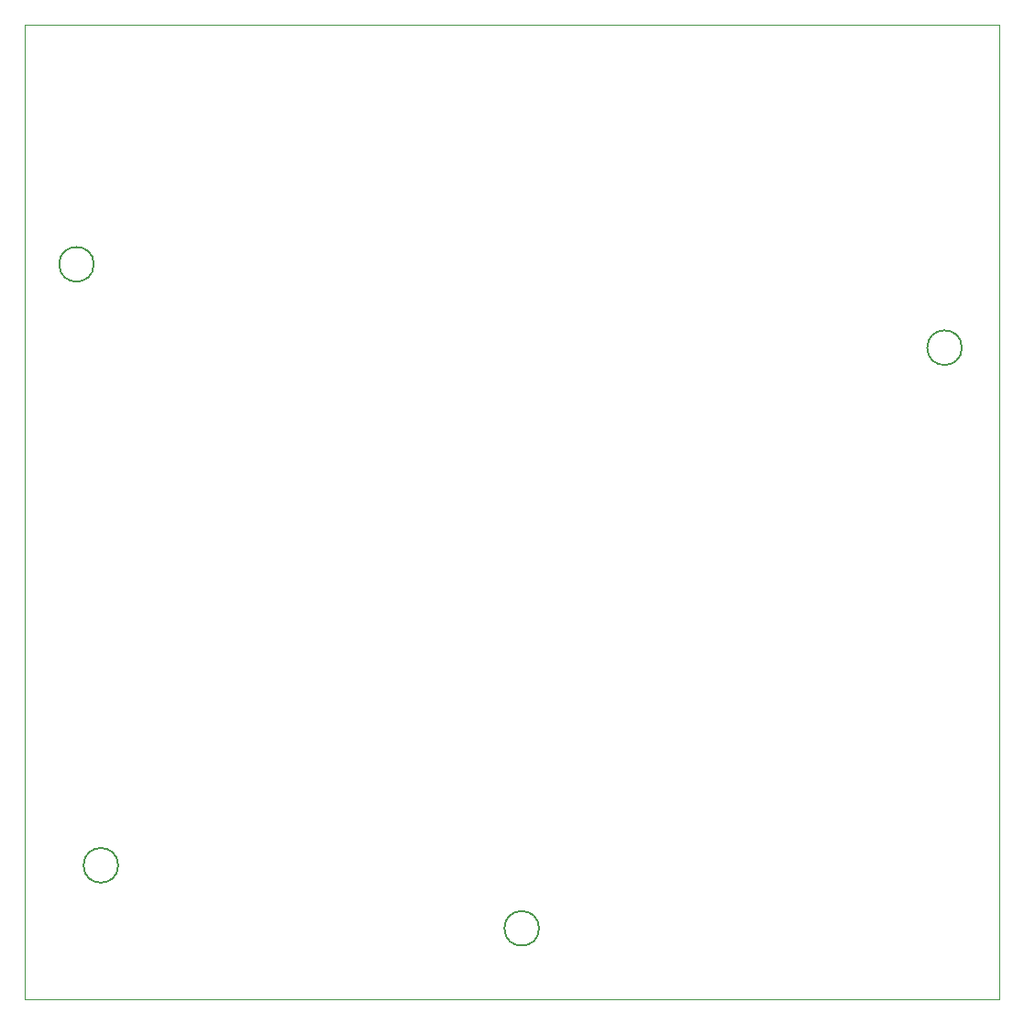
<source format=gm1>
%TF.GenerationSoftware,KiCad,Pcbnew,7.0.11-2.fc39*%
%TF.CreationDate,2024-06-25T10:32:53+03:00*%
%TF.ProjectId,rev.1,7265762e-312e-46b6-9963-61645f706362,rev?*%
%TF.SameCoordinates,Original*%
%TF.FileFunction,Profile,NP*%
%FSLAX46Y46*%
G04 Gerber Fmt 4.6, Leading zero omitted, Abs format (unit mm)*
G04 Created by KiCad (PCBNEW 7.0.11-2.fc39) date 2024-06-25 10:32:53*
%MOMM*%
%LPD*%
G01*
G04 APERTURE LIST*
%TA.AperFunction,Profile*%
%ADD10C,0.200000*%
%TD*%
%TA.AperFunction,Profile*%
%ADD11C,0.100000*%
%TD*%
G04 APERTURE END LIST*
D10*
X191665000Y-83970000D02*
G75*
G03*
X188465000Y-83970000I-1600000J0D01*
G01*
X188465000Y-83970000D02*
G75*
G03*
X191665000Y-83970000I1600000J0D01*
G01*
X113745000Y-131780000D02*
G75*
G03*
X110545000Y-131780000I-1600000J0D01*
G01*
X110545000Y-131780000D02*
G75*
G03*
X113745000Y-131780000I1600000J0D01*
G01*
D11*
X195135000Y-54130000D02*
X195135000Y-144130000D01*
D10*
X111495000Y-76270000D02*
G75*
G03*
X108295000Y-76270000I-1600000J0D01*
G01*
X108295000Y-76270000D02*
G75*
G03*
X111495000Y-76270000I1600000J0D01*
G01*
D11*
X195135000Y-54130000D02*
X105135000Y-54130000D01*
D10*
X152615000Y-137600000D02*
G75*
G03*
X149415000Y-137600000I-1600000J0D01*
G01*
X149415000Y-137600000D02*
G75*
G03*
X152615000Y-137600000I1600000J0D01*
G01*
D11*
X105135000Y-144130000D02*
X105135000Y-54130000D01*
X195135000Y-144130000D02*
X105135000Y-144130000D01*
M02*

</source>
